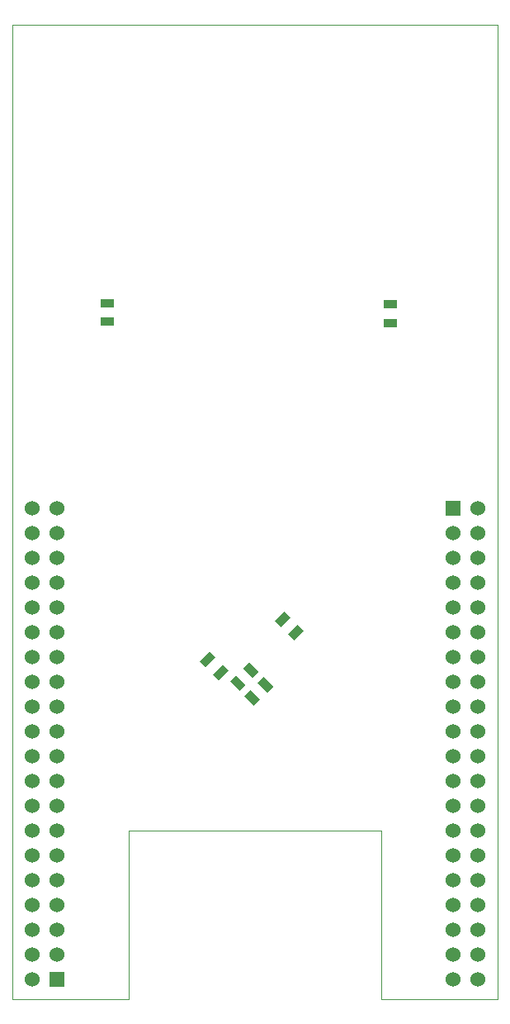
<source format=gbs>
G04 (created by PCBNEW (25-Oct-2014 BZR 4029)-stable) date Sat 16 May 2015 01:40:02 JST*
%MOIN*%
G04 Gerber Fmt 3.4, Leading zero omitted, Abs format*
%FSLAX34Y34*%
G01*
G70*
G90*
G04 APERTURE LIST*
%ADD10C,0.00590551*%
%ADD11C,0.00393701*%
%ADD12R,0.06X0.06*%
%ADD13C,0.06*%
%ADD14R,0.055X0.035*%
G04 APERTURE END LIST*
G54D10*
G54D11*
X30600Y-11700D02*
X50200Y-11700D01*
X30600Y-51000D02*
X35300Y-51000D01*
X45500Y-51000D02*
X50200Y-51000D01*
X35300Y-44200D02*
X45500Y-44200D01*
X35300Y-44200D02*
X35300Y-51000D01*
X45500Y-44200D02*
X45500Y-51000D01*
X30600Y-51000D02*
X30600Y-11700D01*
X50200Y-51000D02*
X50200Y-11700D01*
G54D12*
X48400Y-31200D03*
G54D13*
X49400Y-31200D03*
X48400Y-36200D03*
X49400Y-32200D03*
X48400Y-37200D03*
X49400Y-33200D03*
X48400Y-38200D03*
X49400Y-34200D03*
X48400Y-39200D03*
X49400Y-35200D03*
X48400Y-40200D03*
X49400Y-36200D03*
X48400Y-41200D03*
X49400Y-37200D03*
X48400Y-42200D03*
X49400Y-38200D03*
X48400Y-43200D03*
X49400Y-39200D03*
X48400Y-44200D03*
X49400Y-40200D03*
X48400Y-45200D03*
X49400Y-41200D03*
X48400Y-46200D03*
X49400Y-42200D03*
X49400Y-43200D03*
X48400Y-47200D03*
X49400Y-44200D03*
X49400Y-46200D03*
X49400Y-47200D03*
X49400Y-48200D03*
X49400Y-49200D03*
X48400Y-48200D03*
X48400Y-49200D03*
X48400Y-32200D03*
X48400Y-33200D03*
X48400Y-34200D03*
X48400Y-35200D03*
X48400Y-50200D03*
X49400Y-50200D03*
X49400Y-45200D03*
G54D12*
X32400Y-50200D03*
G54D13*
X31400Y-50200D03*
X32400Y-45200D03*
X31400Y-49200D03*
X32400Y-44200D03*
X31400Y-48200D03*
X32400Y-43200D03*
X31400Y-47200D03*
X32400Y-42200D03*
X31400Y-46200D03*
X32400Y-41200D03*
X31400Y-45200D03*
X32400Y-40200D03*
X31400Y-44200D03*
X32400Y-39200D03*
X31400Y-43200D03*
X32400Y-38200D03*
X31400Y-42200D03*
X32400Y-37200D03*
X31400Y-41200D03*
X32400Y-36200D03*
X31400Y-40200D03*
X32400Y-35200D03*
X31400Y-39200D03*
X31400Y-38200D03*
X32400Y-34200D03*
X31400Y-37200D03*
X31400Y-35200D03*
X31400Y-34200D03*
X31400Y-33200D03*
X31400Y-32200D03*
X32400Y-33200D03*
X32400Y-32200D03*
X32400Y-49200D03*
X32400Y-48200D03*
X32400Y-47200D03*
X32400Y-46200D03*
X32400Y-31200D03*
X31400Y-31200D03*
X31400Y-36200D03*
G54D14*
X34409Y-23682D03*
X34409Y-22932D03*
X45866Y-22971D03*
X45866Y-23721D03*
G54D10*
G36*
X38156Y-37364D02*
X38545Y-36975D01*
X38793Y-37223D01*
X38404Y-37612D01*
X38156Y-37364D01*
X38156Y-37364D01*
G37*
G36*
X38687Y-37894D02*
X39076Y-37506D01*
X39323Y-37753D01*
X38934Y-38142D01*
X38687Y-37894D01*
X38687Y-37894D01*
G37*
G36*
X41188Y-35750D02*
X41577Y-35361D01*
X41824Y-35609D01*
X41435Y-35997D01*
X41188Y-35750D01*
X41188Y-35750D01*
G37*
G36*
X41718Y-36280D02*
X42107Y-35891D01*
X42355Y-36139D01*
X41966Y-36528D01*
X41718Y-36280D01*
X41718Y-36280D01*
G37*
G36*
X40155Y-37408D02*
X40543Y-37797D01*
X40296Y-38045D01*
X39907Y-37656D01*
X40155Y-37408D01*
X40155Y-37408D01*
G37*
G36*
X39624Y-37939D02*
X40013Y-38328D01*
X39766Y-38575D01*
X39377Y-38186D01*
X39624Y-37939D01*
X39624Y-37939D01*
G37*
G36*
X40745Y-37999D02*
X41134Y-38388D01*
X40887Y-38635D01*
X40498Y-38246D01*
X40745Y-37999D01*
X40745Y-37999D01*
G37*
G36*
X40215Y-38529D02*
X40604Y-38918D01*
X40356Y-39166D01*
X39967Y-38777D01*
X40215Y-38529D01*
X40215Y-38529D01*
G37*
M02*

</source>
